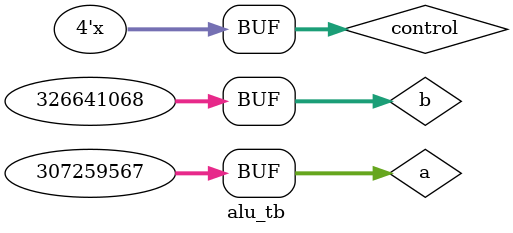
<source format=v>
`timescale 1ns/1ps
`include "alu.v"
module alu_tb;
reg [31:0]a,b;
reg [3:0]control;
wire [31:0]result;
alu uut( .a(a),.b(b),.alu_control(control),.result(result));
initial begin
    $dumpfile("alu_tb.vdc");
    $dumpvars(0,alu_tb);
    a=32'h125068AF;
    b=32'h137825AC;
    control=0;
    end
always #20 control=control+1;
endmodule
</source>
